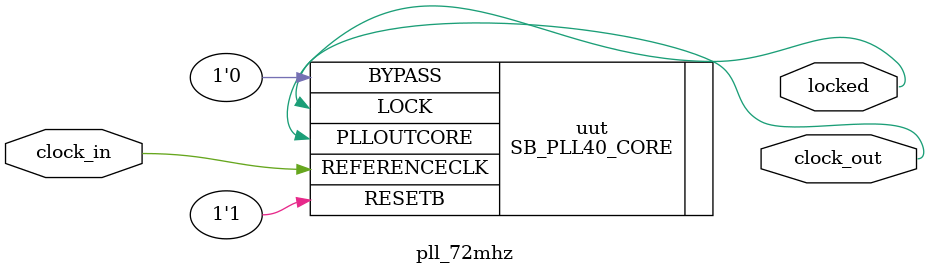
<source format=v>
/**
 * PLL configuration
 *
 * This Verilog module was generated automatically
 * using the icepll tool from the IceStorm project.
 * Use at your own risk.
 *
 * Given input frequency:        12.000 MHz
 * Requested output frequency:   72.000 MHz
 * Achieved output frequency:    72.000 MHz
 */

module pll_72mhz(
	input  clock_in,
	output clock_out,
	output locked
	);

SB_PLL40_CORE #(
		.FEEDBACK_PATH("SIMPLE"),
		.DIVR(4'b0000),		// DIVR =  0
		.DIVF(7'b0101111),	// DIVF = 47
		.DIVQ(3'b011),		// DIVQ =  3
		.FILTER_RANGE(3'b001)	// FILTER_RANGE = 1
	) uut (
		.LOCK(locked),
		.RESETB(1'b1),
		.BYPASS(1'b0),
		.REFERENCECLK(clock_in),
		.PLLOUTCORE(clock_out)
		);

endmodule

</source>
